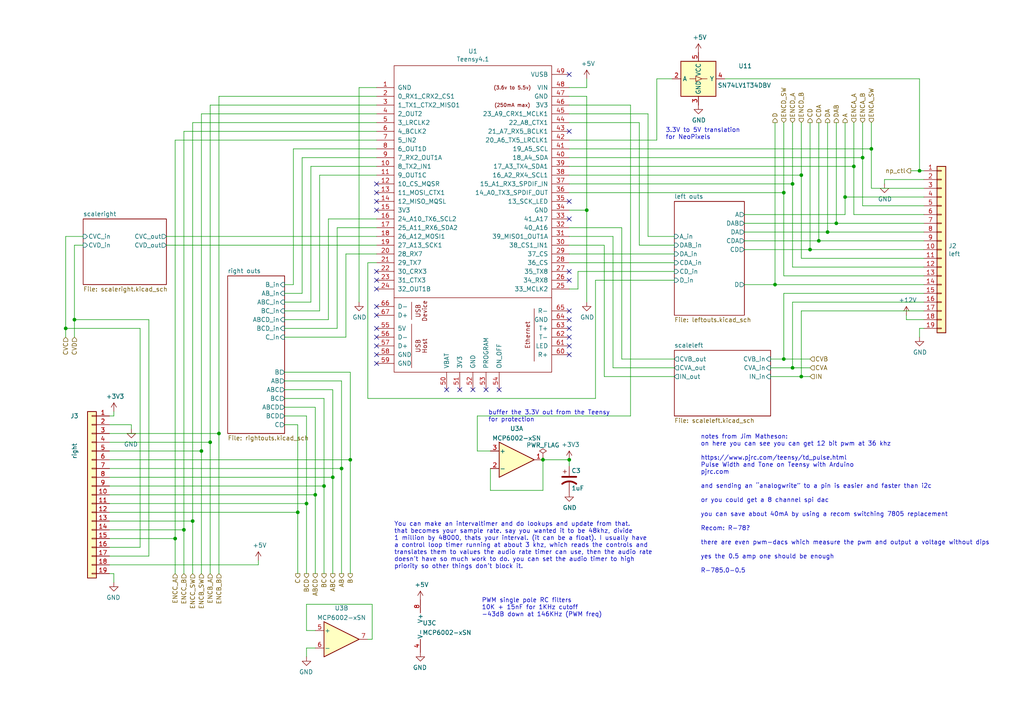
<source format=kicad_sch>
(kicad_sch (version 20211123) (generator eeschema)
  (paper "A4")
  (lib_symbols
    (symbol "Amplifier_Operational:MCP6002-xSN" (pin_names (offset 0.127))
      (property "Reference" "U" (at 0 5.08 0))
      (property "Value" "MCP6002-xSN" (at 0 -5.08 0))
      (symbol "MCP6002-xSN_1_1"
        (polyline (pts (xy -5.08 5.08) (xy 5.08 0) (xy -5.08 -5.08) (xy -5.08 5.08)) (stroke (width 0.254)) (fill (type background)))
        (pin output line (at 7.62 0 180) (length 2.54) (name "~") (number "1"))
        (pin input line (at -7.62 -2.54 0) (length 2.54) (name "-") (number "2"))
        (pin input line (at -7.62 2.54 0) (length 2.54) (name "+") (number "3"))
      )
      (symbol "MCP6002-xSN_2_1"
        (polyline (pts (xy -5.08 5.08) (xy 5.08 0) (xy -5.08 -5.08) (xy -5.08 5.08)) (stroke (width 0.254)) (fill (type background)))
        (pin input line (at -7.62 2.54 0) (length 2.54) (name "+") (number "5"))
        (pin input line (at -7.62 -2.54 0) (length 2.54) (name "-") (number "6"))
        (pin output line (at 7.62 0 180) (length 2.54) (name "~") (number "7"))
      )
      (symbol "MCP6002-xSN_3_1"
        (pin power_in line (at -2.54 -7.62 90) (length 3.81) (name "V-") (number "4"))
        (pin power_in line (at -2.54 7.62 270) (length 3.81) (name "V+") (number "8"))
      )
    )
    (symbol "Connector_Generic:Conn_01x19" (pin_names (offset 1.016) hide)
      (property "Reference" "J" (at 0 25.4 0))
      (property "Value" "Conn_01x19" (at 0 -25.4 0))
      (symbol "Conn_01x19_1_1"
        (rectangle (start -1.27 -22.733) (end 0 -22.987) (stroke (width 0.1524)))
        (rectangle (start -1.27 -20.193) (end 0 -20.447) (stroke (width 0.1524)))
        (rectangle (start -1.27 -17.653) (end 0 -17.907) (stroke (width 0.1524)))
        (rectangle (start -1.27 -15.113) (end 0 -15.367) (stroke (width 0.1524)))
        (rectangle (start -1.27 -12.573) (end 0 -12.827) (stroke (width 0.1524)))
        (rectangle (start -1.27 -10.033) (end 0 -10.287) (stroke (width 0.1524)))
        (rectangle (start -1.27 -7.493) (end 0 -7.747) (stroke (width 0.1524)))
        (rectangle (start -1.27 -4.953) (end 0 -5.207) (stroke (width 0.1524)))
        (rectangle (start -1.27 -2.413) (end 0 -2.667) (stroke (width 0.1524)))
        (rectangle (start -1.27 0.127) (end 0 -0.127) (stroke (width 0.1524)))
        (rectangle (start -1.27 2.667) (end 0 2.413) (stroke (width 0.1524)))
        (rectangle (start -1.27 5.207) (end 0 4.953) (stroke (width 0.1524)))
        (rectangle (start -1.27 7.747) (end 0 7.493) (stroke (width 0.1524)))
        (rectangle (start -1.27 10.287) (end 0 10.033) (stroke (width 0.1524)))
        (rectangle (start -1.27 12.827) (end 0 12.573) (stroke (width 0.1524)))
        (rectangle (start -1.27 15.367) (end 0 15.113) (stroke (width 0.1524)))
        (rectangle (start -1.27 17.907) (end 0 17.653) (stroke (width 0.1524)))
        (rectangle (start -1.27 20.447) (end 0 20.193) (stroke (width 0.1524)))
        (rectangle (start -1.27 22.987) (end 0 22.733) (stroke (width 0.1524)))
        (rectangle (start -1.27 24.13) (end 1.27 -24.13) (stroke (width 0.254)) (fill (type background)))
        (pin passive line (at -5.08 22.86 0) (length 3.81) (name "Pin_1") (number "1"))
        (pin passive line (at -5.08 0 0) (length 3.81) (name "Pin_10") (number "10"))
        (pin passive line (at -5.08 -2.54 0) (length 3.81) (name "Pin_11") (number "11"))
        (pin passive line (at -5.08 -5.08 0) (length 3.81) (name "Pin_12") (number "12"))
        (pin passive line (at -5.08 -7.62 0) (length 3.81) (name "Pin_13") (number "13"))
        (pin passive line (at -5.08 -10.16 0) (length 3.81) (name "Pin_14") (number "14"))
        (pin passive line (at -5.08 -12.7 0) (length 3.81) (name "Pin_15") (number "15"))
        (pin passive line (at -5.08 -15.24 0) (length 3.81) (name "Pin_16") (number "16"))
        (pin passive line (at -5.08 -17.78 0) (length 3.81) (name "Pin_17") (number "17"))
        (pin passive line (at -5.08 -20.32 0) (length 3.81) (name "Pin_18") (number "18"))
        (pin passive line (at -5.08 -22.86 0) (length 3.81) (name "Pin_19") (number "19"))
        (pin passive line (at -5.08 20.32 0) (length 3.81) (name "Pin_2") (number "2"))
        (pin passive line (at -5.08 17.78 0) (length 3.81) (name "Pin_3") (number "3"))
        (pin passive line (at -5.08 15.24 0) (length 3.81) (name "Pin_4") (number "4"))
        (pin passive line (at -5.08 12.7 0) (length 3.81) (name "Pin_5") (number "5"))
        (pin passive line (at -5.08 10.16 0) (length 3.81) (name "Pin_6") (number "6"))
        (pin passive line (at -5.08 7.62 0) (length 3.81) (name "Pin_7") (number "7"))
        (pin passive line (at -5.08 5.08 0) (length 3.81) (name "Pin_8") (number "8"))
        (pin passive line (at -5.08 2.54 0) (length 3.81) (name "Pin_9") (number "9"))
      )
    )
    (symbol "Device:C_Polarized_US" (pin_numbers hide) (pin_names (offset 0.254) hide)
      (property "Reference" "C" (at 0.635 2.54 0))
      (property "Value" "C_Polarized_US" (at 0.635 -2.54 0))
      (symbol "C_Polarized_US_0_1"
        (polyline (pts (xy -2.032 0.762) (xy 2.032 0.762)) (stroke (width 0.508)))
        (polyline (pts (xy -1.778 2.286) (xy -0.762 2.286)))
        (polyline (pts (xy -1.27 1.778) (xy -1.27 2.794)))
        (arc (start 2.032 -1.27) (mid 0 -0.5572) (end -2.032 -1.27) (stroke (width 0.508)))
      )
      (symbol "C_Polarized_US_1_1"
        (pin passive line (at 0 3.81 270) (length 2.794) (name "~") (number "1"))
        (pin passive line (at 0 -3.81 90) (length 3.302) (name "~") (number "2"))
      )
    )
    (symbol "Logic_LevelTranslator:SN74LV1T34DBV"
      (property "Reference" "U" (at 5.08 6.35 0))
      (property "Value" "SN74LV1T34DBV" (at 5.08 3.81 0))
      (symbol "SN74LV1T34DBV_0_1"
        (rectangle (start -5.08 5.08) (end 5.08 -5.08) (stroke (width 0.254)) (fill (type background)))
        (polyline (pts (xy -0.762 0) (xy -2.54 0)))
        (polyline (pts (xy 1.016 0) (xy 2.54 0)))
      )
      (symbol "SN74LV1T34DBV_1_1"
        (polyline (pts (xy -0.762 -0.762) (xy -0.762 0.762) (xy 1.016 0) (xy -0.762 -0.762)))
        (pin no_connect line (at -5.08 2.54 0) (length 2.54) hide (name "NC") (number "1"))
        (pin input line (at -7.62 0 0) (length 2.54) (name "A") (number "2"))
        (pin power_in line (at 0 -7.62 90) (length 2.54) (name "GND") (number "3"))
        (pin output line (at 7.62 0 180) (length 2.54) (name "Y") (number "4"))
        (pin power_in line (at 0 7.62 270) (length 2.54) (name "VCC") (number "5"))
      )
    )
    (symbol "power:+12V" (power) (pin_names (offset 0))
      (property "Value" "+12V" (at 0 3.556 0))
      (symbol "+12V_0_1"
        (polyline (pts (xy -0.762 1.27) (xy 0 2.54)))
        (polyline (pts (xy 0 0) (xy 0 2.54)))
        (polyline (pts (xy 0 2.54) (xy 0.762 1.27)))
      )
      (symbol "+12V_1_1"
        (pin power_in line (at 0 0 90) (length 0) hide (name "+12V") (number "1"))
      )
    )
    (symbol "power:+3.3V" (power) (pin_names (offset 0))
      (property "Value" "+3.3V" (at 0 3.556 0))
      (symbol "+3.3V_0_1"
        (polyline (pts (xy -0.762 1.27) (xy 0 2.54)))
        (polyline (pts (xy 0 0) (xy 0 2.54)))
        (polyline (pts (xy 0 2.54) (xy 0.762 1.27)))
      )
      (symbol "+3.3V_1_1"
        (pin power_in line (at 0 0 90) (length 0) hide (name "+3V3") (number "1"))
      )
    )
    (symbol "power:+5V" (power) (pin_names (offset 0))
      (property "Value" "+5V" (at 0 3.556 0))
      (symbol "+5V_0_1"
        (polyline (pts (xy -0.762 1.27) (xy 0 2.54)))
        (polyline (pts (xy 0 0) (xy 0 2.54)))
        (polyline (pts (xy 0 2.54) (xy 0.762 1.27)))
      )
      (symbol "+5V_1_1"
        (pin power_in line (at 0 0 90) (length 0) hide (name "+5V") (number "1"))
      )
    )
    (symbol "power:GND" (power) (pin_names (offset 0))
      (property "Value" "GND" (at 0 -3.81 0))
      (symbol "GND_0_1"
        (polyline (pts (xy 0 0) (xy 0 -1.27) (xy 1.27 -1.27) (xy 0 -2.54) (xy -1.27 -1.27) (xy 0 -1.27)))
      )
      (symbol "GND_1_1"
        (pin power_in line (at 0 0 270) (length 0) hide (name "GND") (number "1"))
      )
    )
    (symbol "power:PWR_FLAG" (power) (pin_numbers hide) (pin_names (offset 0) hide)
      (property "Value" "PWR_FLAG" (at 0 3.81 0))
      (symbol "PWR_FLAG_0_0"
        (pin power_out line (at 0 0 90) (length 0) (name "pwr") (number "1"))
      )
      (symbol "PWR_FLAG_0_1"
        (polyline (pts (xy 0 0) (xy 0 1.27) (xy -1.016 1.905) (xy 0 2.54) (xy 1.016 1.905) (xy 0 1.27)))
      )
    )
    (symbol "teensy:Teensy4.1" (pin_names (offset 1.016))
      (property "Reference" "U" (at 0 64.77 0))
      (property "Value" "Teensy4.1" (at 0 62.23 0))
      (symbol "Teensy4.1_0_0"
        (polyline (pts (xy -22.86 -6.35) (xy 22.86 -6.35)))
        (polyline (pts (xy -17.78 -26.67) (xy -17.78 -13.97)))
        (polyline (pts (xy -17.78 -7.62) (xy -17.78 -12.7)))
        (polyline (pts (xy 17.78 -9.525) (xy 17.78 -24.765)))
        (text "(250mA max)" (at 11.43 49.53 0) (effects (font (size 1.016 1.016))))
        (text "(3.6v to 5.5v)" (at 11.43 54.61 0) (effects (font (size 1.016 1.016))))
        (text "Device" (at -13.97 -10.16 900) (effects (font (size 1.27 1.27))))
        (text "Ethernet" (at 15.875 -17.145 900) (effects (font (size 1.27 1.27))))
        (text "Host" (at -13.97 -20.32 900) (effects (font (size 1.27 1.27))))
        (text "USB" (at -15.875 -20.32 900) (effects (font (size 1.27 1.27))))
        (text "USB" (at -15.875 -10.16 900) (effects (font (size 1.27 1.27))))
        (pin bidirectional line (at -27.94 31.75 0) (length 5.08) (name "8_TX2_IN1") (number "10"))
        (pin bidirectional line (at -27.94 29.21 0) (length 5.08) (name "9_OUT1C") (number "11"))
        (pin bidirectional line (at -27.94 26.67 0) (length 5.08) (name "10_CS_MQSR") (number "12"))
        (pin bidirectional line (at -27.94 24.13 0) (length 5.08) (name "11_MOSI_CTX1") (number "13"))
        (pin bidirectional line (at -27.94 21.59 0) (length 5.08) (name "12_MISO_MQSL") (number "14"))
        (pin power_in line (at -27.94 19.05 0) (length 5.08) (name "3V3") (number "15"))
        (pin bidirectional line (at -27.94 16.51 0) (length 5.08) (name "24_A10_TX6_SCL2") (number "16"))
        (pin bidirectional line (at -27.94 13.97 0) (length 5.08) (name "25_A11_RX6_SDA2") (number "17"))
        (pin bidirectional line (at -27.94 11.43 0) (length 5.08) (name "26_A12_MOSI1") (number "18"))
        (pin bidirectional line (at -27.94 8.89 0) (length 5.08) (name "27_A13_SCK1") (number "19"))
        (pin bidirectional line (at -27.94 6.35 0) (length 5.08) (name "28_RX7") (number "20"))
        (pin bidirectional line (at -27.94 3.81 0) (length 5.08) (name "29_TX7") (number "21"))
        (pin bidirectional line (at -27.94 1.27 0) (length 5.08) (name "30_CRX3") (number "22"))
        (pin bidirectional line (at -27.94 -1.27 0) (length 5.08) (name "31_CTX3") (number "23"))
        (pin bidirectional line (at -27.94 -3.81 0) (length 5.08) (name "32_OUT1B") (number "24"))
        (pin bidirectional line (at 27.94 -3.81 180) (length 5.08) (name "33_MCLK2") (number "25"))
        (pin bidirectional line (at 27.94 -1.27 180) (length 5.08) (name "34_RX8") (number "26"))
        (pin bidirectional line (at 27.94 1.27 180) (length 5.08) (name "35_TX8") (number "27"))
        (pin bidirectional line (at 27.94 3.81 180) (length 5.08) (name "36_CS") (number "28"))
        (pin bidirectional line (at 27.94 6.35 180) (length 5.08) (name "37_CS") (number "29"))
        (pin bidirectional line (at 27.94 8.89 180) (length 5.08) (name "38_CS1_IN1") (number "30"))
        (pin bidirectional line (at 27.94 11.43 180) (length 5.08) (name "39_MISO1_OUT1A") (number "31"))
        (pin bidirectional line (at 27.94 13.97 180) (length 5.08) (name "40_A16") (number "32"))
        (pin bidirectional line (at 27.94 16.51 180) (length 5.08) (name "41_A17") (number "33"))
        (pin bidirectional line (at 27.94 21.59 180) (length 5.08) (name "13_SCK_LED") (number "35"))
        (pin bidirectional line (at 27.94 24.13 180) (length 5.08) (name "14_A0_TX3_SPDIF_OUT") (number "36"))
        (pin bidirectional line (at 27.94 26.67 180) (length 5.08) (name "15_A1_RX3_SPDIF_IN") (number "37"))
        (pin bidirectional line (at 27.94 29.21 180) (length 5.08) (name "16_A2_RX4_SCL1") (number "38"))
        (pin bidirectional line (at 27.94 31.75 180) (length 5.08) (name "17_A3_TX4_SDA1") (number "39"))
        (pin bidirectional line (at 27.94 34.29 180) (length 5.08) (name "18_A4_SDA") (number "40"))
        (pin bidirectional line (at 27.94 36.83 180) (length 5.08) (name "19_A5_SCL") (number "41"))
        (pin bidirectional line (at 27.94 39.37 180) (length 5.08) (name "20_A6_TX5_LRCLK1") (number "42"))
        (pin bidirectional line (at 27.94 41.91 180) (length 5.08) (name "21_A7_RX5_BCLK1") (number "43"))
        (pin bidirectional line (at 27.94 44.45 180) (length 5.08) (name "22_A8_CTX1") (number "44"))
        (pin bidirectional line (at 27.94 46.99 180) (length 5.08) (name "23_A9_CRX1_MCLK1") (number "45"))
        (pin power_out line (at 27.94 49.53 180) (length 5.08) (name "3V3") (number "46"))
        (pin power_in line (at 27.94 52.07 180) (length 5.08) (name "GND") (number "47"))
        (pin power_in line (at 27.94 54.61 180) (length 5.08) (name "VIN") (number "48"))
        (pin power_out line (at 27.94 58.42 180) (length 5.08) (name "VUSB") (number "49"))
        (pin bidirectional line (at -27.94 44.45 0) (length 5.08) (name "3_LRCLK2") (number "5"))
        (pin power_in line (at -7.62 -33.02 90) (length 5.08) (name "VBAT") (number "50"))
        (pin power_in line (at -3.81 -33.02 90) (length 5.08) (name "3V3") (number "51"))
        (pin power_out line (at 0 -33.02 90) (length 5.08) (name "GND") (number "52"))
        (pin input line (at 3.81 -33.02 90) (length 5.08) (name "PROGRAM") (number "53"))
        (pin input line (at 7.62 -33.02 90) (length 5.08) (name "ON_OFF") (number "54"))
        (pin power_out line (at -27.94 -15.24 0) (length 5.08) (name "5V") (number "55"))
        (pin bidirectional line (at -27.94 -17.78 0) (length 5.08) (name "D-") (number "56"))
        (pin bidirectional line (at -27.94 -20.32 0) (length 5.08) (name "D+") (number "57"))
        (pin power_in line (at -27.94 -22.86 0) (length 5.08) (name "GND") (number "58"))
        (pin power_in line (at -27.94 -25.4 0) (length 5.08) (name "GND") (number "59"))
        (pin bidirectional line (at -27.94 41.91 0) (length 5.08) (name "4_BCLK2") (number "6"))
        (pin bidirectional line (at 27.94 -22.86 180) (length 5.08) (name "R+") (number "60"))
        (pin bidirectional line (at 27.94 -20.32 180) (length 5.08) (name "LED") (number "61"))
        (pin bidirectional line (at 27.94 -17.78 180) (length 5.08) (name "T-") (number "62"))
        (pin bidirectional line (at 27.94 -15.24 180) (length 5.08) (name "T+") (number "63"))
        (pin power_in line (at 27.94 -12.7 180) (length 5.08) (name "GND") (number "64"))
        (pin bidirectional line (at 27.94 -10.16 180) (length 5.08) (name "R-") (number "65"))
        (pin bidirectional line (at -27.94 -8.89 0) (length 5.08) (name "D-") (number "66"))
        (pin bidirectional line (at -27.94 -11.43 0) (length 5.08) (name "D+") (number "67"))
        (pin bidirectional line (at -27.94 39.37 0) (length 5.08) (name "5_IN2") (number "7"))
        (pin bidirectional line (at -27.94 36.83 0) (length 5.08) (name "6_OUT1D") (number "8"))
        (pin bidirectional line (at -27.94 34.29 0) (length 5.08) (name "7_RX2_OUT1A") (number "9"))
      )
      (symbol "Teensy4.1_0_1"
        (rectangle (start -22.86 60.96) (end 22.86 -27.94))
        (rectangle (start -20.32 -1.27) (end -20.32 -1.27))
      )
      (symbol "Teensy4.1_1_1"
        (pin power_in line (at -27.94 54.61 0) (length 5.08) (name "GND") (number "1"))
        (pin bidirectional line (at -27.94 52.07 0) (length 5.08) (name "0_RX1_CRX2_CS1") (number "2"))
        (pin bidirectional line (at -27.94 49.53 0) (length 5.08) (name "1_TX1_CTX2_MISO1") (number "3"))
        (pin power_in line (at 27.94 19.05 180) (length 5.08) (name "GND") (number "34"))
        (pin bidirectional line (at -27.94 46.99 0) (length 5.08) (name "2_OUT2") (number "4"))
      )
    )
  )
  (junction (at 234.95 72.39))
  (junction (at 227.33 55.88))
  (junction (at 88.9 146.05))
  (junction (at 86.36 148.59))
  (junction (at 91.44 143.51))
  (junction (at 229.87 106.68))
  (junction (at 157.48 133.35))
  (junction (at 101.6 133.35))
  (junction (at 232.41 50.8))
  (junction (at 232.41 109.22))
  (junction (at 237.49 69.85))
  (junction (at 224.79 82.55))
  (junction (at 60.96 128.27))
  (junction (at 252.73 43.18))
  (junction (at 245.11 57.15))
  (junction (at 99.06 135.89))
  (junction (at 93.98 140.97))
  (junction (at 242.57 64.77))
  (junction (at 53.34 153.67))
  (junction (at 165.1 133.35))
  (junction (at 170.18 60.96))
  (junction (at 19.05 95.25))
  (junction (at 58.42 130.81))
  (junction (at 266.7 49.53))
  (junction (at 63.5 125.73))
  (junction (at 96.52 138.43))
  (junction (at 55.88 151.13))
  (junction (at 50.8 156.21))
  (junction (at 21.59 92.71))
  (junction (at 250.19 45.72))
  (junction (at 229.87 53.34))
  (junction (at 227.33 104.14))
  (junction (at 240.03 67.31))
  (junction (at 247.65 48.26))
  (no_connect (at 165.1 81.28))
  (no_connect (at 137.16 113.03))
  (no_connect (at 129.54 113.03))
  (no_connect (at 133.35 113.03))
  (no_connect (at 165.1 97.79))
  (no_connect (at 109.22 105.41))
  (no_connect (at 144.78 113.03))
  (no_connect (at 109.22 88.9))
  (no_connect (at 109.22 78.74))
  (no_connect (at 165.1 38.1))
  (no_connect (at 109.22 95.25))
  (no_connect (at 109.22 102.87))
  (no_connect (at 165.1 102.87))
  (no_connect (at 109.22 91.44))
  (no_connect (at 140.97 113.03))
  (no_connect (at 109.22 55.88))
  (no_connect (at 109.22 97.79))
  (no_connect (at 165.1 90.17))
  (no_connect (at 165.1 95.25))
  (no_connect (at 109.22 81.28))
  (no_connect (at 165.1 92.71))
  (no_connect (at 109.22 60.96))
  (no_connect (at 109.22 83.82))
  (no_connect (at 109.22 58.42))
  (no_connect (at 165.1 100.33))
  (no_connect (at 165.1 21.59))
  (no_connect (at 109.22 53.34))
  (no_connect (at 165.1 63.5))
  (no_connect (at 165.1 58.42))
  (no_connect (at 109.22 100.33))
  (no_connect (at 165.1 78.74))
  (wire (pts (xy 109.22 25.4) (xy 104.14 25.4)))
  (wire (pts (xy 48.26 71.12) (xy 109.22 71.12)))
  (wire (pts (xy 87.63 45.72) (xy 87.63 85.09)))
  (wire (pts (xy 250.19 35.56) (xy 250.19 45.72)))
  (wire (pts (xy 252.73 43.18) (xy 165.1 43.18)))
  (wire (pts (xy 232.41 50.8) (xy 232.41 35.56)))
  (wire (pts (xy 40.64 158.75) (xy 40.64 95.25)))
  (wire (pts (xy 31.75 156.21) (xy 50.8 156.21)))
  (wire (pts (xy 101.6 133.35) (xy 31.75 133.35)))
  (wire (pts (xy 267.97 85.09) (xy 227.33 85.09)))
  (wire (pts (xy 87.63 85.09) (xy 82.55 85.09)))
  (wire (pts (xy 55.88 35.56) (xy 55.88 151.13)))
  (wire (pts (xy 224.79 82.55) (xy 267.97 82.55)))
  (wire (pts (xy 109.22 38.1) (xy 53.34 38.1)))
  (wire (pts (xy 82.55 92.71) (xy 95.25 92.71)))
  (wire (pts (xy 60.96 128.27) (xy 60.96 166.37)))
  (wire (pts (xy 227.33 104.14) (xy 234.95 104.14)))
  (wire (pts (xy 165.1 33.02) (xy 187.96 33.02)))
  (wire (pts (xy 55.88 151.13) (xy 55.88 166.37)))
  (wire (pts (xy 93.98 115.57) (xy 93.98 140.97)))
  (wire (pts (xy 190.5 22.86) (xy 194.945 22.86)))
  (wire (pts (xy 252.73 54.61) (xy 267.97 54.61)))
  (wire (pts (xy 24.13 68.58) (xy 19.05 68.58)))
  (wire (pts (xy 182.88 120.65) (xy 138.43 120.65)))
  (wire (pts (xy 170.18 27.94) (xy 165.1 27.94)))
  (wire (pts (xy 177.8 68.58) (xy 177.8 106.68)))
  (wire (pts (xy 215.9 62.23) (xy 245.11 62.23)))
  (wire (pts (xy 31.75 130.81) (xy 58.42 130.81)))
  (wire (pts (xy 82.55 113.03) (xy 96.52 113.03)))
  (wire (pts (xy 82.55 107.95) (xy 101.6 107.95)))
  (wire (pts (xy 109.22 30.48) (xy 60.96 30.48)))
  (wire (pts (xy 215.9 64.77) (xy 242.57 64.77)))
  (wire (pts (xy 237.49 69.85) (xy 267.97 69.85)))
  (wire (pts (xy 91.44 182.88) (xy 88.9 182.88)))
  (wire (pts (xy 237.49 69.85) (xy 215.9 69.85)))
  (wire (pts (xy 31.75 161.29) (xy 43.18 161.29)))
  (wire (pts (xy 99.06 135.89) (xy 31.75 135.89)))
  (wire (pts (xy 24.13 71.12) (xy 21.59 71.12)))
  (wire (pts (xy 142.24 142.24) (xy 157.48 142.24)))
  (wire (pts (xy 109.22 76.2) (xy 106.68 76.2)))
  (wire (pts (xy 96.52 166.37) (xy 96.52 138.43)))
  (wire (pts (xy 96.52 113.03) (xy 96.52 138.43)))
  (wire (pts (xy 43.18 161.29) (xy 43.18 92.71)))
  (wire (pts (xy 88.9 166.37) (xy 88.9 146.05)))
  (wire (pts (xy 31.75 153.67) (xy 53.34 153.67)))
  (wire (pts (xy 33.02 119.38) (xy 33.02 120.65)))
  (wire (pts (xy 63.5 125.73) (xy 63.5 166.37)))
  (wire (pts (xy 88.9 187.96) (xy 88.9 190.5)))
  (wire (pts (xy 33.02 166.37) (xy 31.75 166.37)))
  (wire (pts (xy 50.8 156.21) (xy 50.8 166.37)))
  (wire (pts (xy 165.1 83.82) (xy 167.64 83.82)))
  (wire (pts (xy 93.98 166.37) (xy 93.98 140.97)))
  (wire (pts (xy 229.87 53.34) (xy 229.87 77.47)))
  (wire (pts (xy 185.42 71.12) (xy 195.58 71.12)))
  (wire (pts (xy 138.43 130.81) (xy 142.24 130.81)))
  (wire (pts (xy 99.06 166.37) (xy 99.06 135.89)))
  (wire (pts (xy 31.75 163.83) (xy 74.93 163.83)))
  (wire (pts (xy 100.33 97.79) (xy 82.55 97.79)))
  (wire (pts (xy 262.89 92.71) (xy 267.97 92.71)))
  (wire (pts (xy 43.18 92.71) (xy 21.59 92.71)))
  (wire (pts (xy 245.11 57.15) (xy 245.11 62.23)))
  (wire (pts (xy 82.55 110.49) (xy 99.06 110.49)))
  (wire (pts (xy 38.1 124.46) (xy 38.1 123.19)))
  (wire (pts (xy 223.52 109.22) (xy 232.41 109.22)))
  (wire (pts (xy 215.9 67.31) (xy 240.03 67.31)))
  (wire (pts (xy 104.14 25.4) (xy 104.14 87.63)))
  (wire (pts (xy 229.87 106.68) (xy 234.95 106.68)))
  (wire (pts (xy 109.22 35.56) (xy 55.88 35.56)))
  (wire (pts (xy 165.1 73.66) (xy 195.58 73.66)))
  (wire (pts (xy 109.22 66.04) (xy 97.79 66.04)))
  (wire (pts (xy 90.17 48.26) (xy 109.22 48.26)))
  (wire (pts (xy 165.1 40.64) (xy 190.5 40.64)))
  (wire (pts (xy 267.97 77.47) (xy 229.87 77.47)))
  (wire (pts (xy 266.7 49.53) (xy 267.97 49.53)))
  (wire (pts (xy 172.72 81.28) (xy 172.72 115.57)))
  (wire (pts (xy 165.1 68.58) (xy 177.8 68.58)))
  (wire (pts (xy 82.55 82.55) (xy 85.09 82.55)))
  (wire (pts (xy 53.34 153.67) (xy 53.34 166.37)))
  (wire (pts (xy 93.98 140.97) (xy 31.75 140.97)))
  (wire (pts (xy 240.03 67.31) (xy 267.97 67.31)))
  (wire (pts (xy 31.75 158.75) (xy 40.64 158.75)))
  (wire (pts (xy 74.93 162.56) (xy 74.93 163.83)))
  (wire (pts (xy 182.88 30.48) (xy 182.88 120.65)))
  (wire (pts (xy 180.34 66.04) (xy 180.34 104.14)))
  (wire (pts (xy 109.22 73.66) (xy 100.33 73.66)))
  (wire (pts (xy 267.97 87.63) (xy 229.87 87.63)))
  (wire (pts (xy 223.52 104.14) (xy 227.33 104.14)))
  (wire (pts (xy 267.97 74.93) (xy 232.41 74.93)))
  (wire (pts (xy 21.59 92.71) (xy 21.59 97.79)))
  (wire (pts (xy 250.19 59.69) (xy 267.97 59.69)))
  (wire (pts (xy 19.05 68.58) (xy 19.05 95.25)))
  (wire (pts (xy 50.8 40.64) (xy 50.8 156.21)))
  (wire (pts (xy 101.6 107.95) (xy 101.6 133.35)))
  (wire (pts (xy 31.75 151.13) (xy 55.88 151.13)))
  (wire (pts (xy 227.33 55.88) (xy 165.1 55.88)))
  (wire (pts (xy 92.71 50.8) (xy 92.71 90.17)))
  (wire (pts (xy 31.75 128.27) (xy 60.96 128.27)))
  (wire (pts (xy 165.1 60.96) (xy 170.18 60.96)))
  (wire (pts (xy 86.36 148.59) (xy 31.75 148.59)))
  (wire (pts (xy 234.95 72.39) (xy 215.9 72.39)))
  (wire (pts (xy 60.96 30.48) (xy 60.96 128.27)))
  (wire (pts (xy 242.57 64.77) (xy 267.97 64.77)))
  (wire (pts (xy 165.1 71.12) (xy 175.26 71.12)))
  (wire (pts (xy 256.54 53.34) (xy 256.54 52.07)))
  (wire (pts (xy 109.22 33.02) (xy 58.42 33.02)))
  (wire (pts (xy 247.65 48.26) (xy 247.65 62.23)))
  (wire (pts (xy 63.5 27.94) (xy 63.5 125.73)))
  (wire (pts (xy 157.48 133.35) (xy 165.1 133.35)))
  (wire (pts (xy 232.41 50.8) (xy 232.41 74.93)))
  (wire (pts (xy 215.9 82.55) (xy 224.79 82.55)))
  (wire (pts (xy 100.33 73.66) (xy 100.33 97.79)))
  (wire (pts (xy 262.89 91.44) (xy 262.89 92.71)))
  (wire (pts (xy 109.22 40.64) (xy 50.8 40.64)))
  (wire (pts (xy 92.71 90.17) (xy 82.55 90.17)))
  (wire (pts (xy 165.1 133.35) (xy 165.1 135.255)))
  (wire (pts (xy 95.25 92.71) (xy 95.25 63.5)))
  (wire (pts (xy 267.97 72.39) (xy 234.95 72.39)))
  (wire (pts (xy 170.18 25.4) (xy 170.18 22.86)))
  (wire (pts (xy 106.68 76.2) (xy 106.68 115.57)))
  (wire (pts (xy 266.7 22.86) (xy 266.7 49.53)))
  (wire (pts (xy 170.18 87.63) (xy 170.18 60.96)))
  (wire (pts (xy 138.43 120.65) (xy 138.43 130.81)))
  (wire (pts (xy 88.9 175.26) (xy 107.95 175.26)))
  (wire (pts (xy 232.41 109.22) (xy 234.95 109.22)))
  (wire (pts (xy 172.72 81.28) (xy 195.58 81.28)))
  (wire (pts (xy 95.25 63.5) (xy 109.22 63.5)))
  (wire (pts (xy 165.1 76.2) (xy 195.58 76.2)))
  (wire (pts (xy 247.65 48.26) (xy 165.1 48.26)))
  (wire (pts (xy 88.9 146.05) (xy 31.75 146.05)))
  (wire (pts (xy 88.9 120.65) (xy 88.9 146.05)))
  (wire (pts (xy 82.55 120.65) (xy 88.9 120.65)))
  (wire (pts (xy 180.34 104.14) (xy 195.58 104.14)))
  (wire (pts (xy 86.36 123.19) (xy 86.36 148.59)))
  (wire (pts (xy 38.1 123.19) (xy 31.75 123.19)))
  (wire (pts (xy 86.36 148.59) (xy 86.36 166.37)))
  (wire (pts (xy 175.26 71.12) (xy 175.26 109.22)))
  (wire (pts (xy 33.02 168.91) (xy 33.02 166.37)))
  (wire (pts (xy 91.44 118.11) (xy 91.44 143.51)))
  (wire (pts (xy 170.18 60.96) (xy 170.18 27.94)))
  (wire (pts (xy 266.7 97.79) (xy 266.7 95.25)))
  (wire (pts (xy 252.73 35.56) (xy 252.73 43.18)))
  (wire (pts (xy 237.49 35.56) (xy 237.49 69.85)))
  (wire (pts (xy 142.24 135.89) (xy 142.24 142.24)))
  (wire (pts (xy 177.8 106.68) (xy 195.58 106.68)))
  (wire (pts (xy 58.42 33.02) (xy 58.42 130.81)))
  (wire (pts (xy 99.06 110.49) (xy 99.06 135.89)))
  (wire (pts (xy 227.33 55.88) (xy 227.33 80.01)))
  (wire (pts (xy 19.05 95.25) (xy 19.05 97.79)))
  (wire (pts (xy 250.19 45.72) (xy 250.19 59.69)))
  (wire (pts (xy 53.34 38.1) (xy 53.34 153.67)))
  (wire (pts (xy 167.64 83.82) (xy 167.64 78.74)))
  (wire (pts (xy 247.65 62.23) (xy 267.97 62.23)))
  (wire (pts (xy 91.44 143.51) (xy 31.75 143.51)))
  (wire (pts (xy 232.41 50.8) (xy 165.1 50.8)))
  (wire (pts (xy 157.48 142.24) (xy 157.48 133.35)))
  (wire (pts (xy 40.64 95.25) (xy 19.05 95.25)))
  (wire (pts (xy 157.48 132.715) (xy 157.48 133.35)))
  (wire (pts (xy 210.185 22.86) (xy 266.7 22.86)))
  (wire (pts (xy 247.65 35.56) (xy 247.65 48.26)))
  (wire (pts (xy 167.64 78.74) (xy 195.58 78.74)))
  (wire (pts (xy 245.11 35.56) (xy 245.11 57.15)))
  (wire (pts (xy 267.97 57.15) (xy 245.11 57.15)))
  (wire (pts (xy 266.7 95.25) (xy 267.97 95.25)))
  (wire (pts (xy 229.87 53.34) (xy 165.1 53.34)))
  (wire (pts (xy 227.33 55.88) (xy 227.33 35.56)))
  (wire (pts (xy 223.52 106.68) (xy 229.87 106.68)))
  (wire (pts (xy 229.87 35.56) (xy 229.87 53.34)))
  (wire (pts (xy 31.75 125.73) (xy 63.5 125.73)))
  (wire (pts (xy 82.55 123.19) (xy 86.36 123.19)))
  (wire (pts (xy 91.44 187.96) (xy 88.9 187.96)))
  (wire (pts (xy 97.79 95.25) (xy 82.55 95.25)))
  (wire (pts (xy 106.68 185.42) (xy 107.95 185.42)))
  (wire (pts (xy 250.19 45.72) (xy 165.1 45.72)))
  (wire (pts (xy 48.26 68.58) (xy 109.22 68.58)))
  (wire (pts (xy 109.22 50.8) (xy 92.71 50.8)))
  (wire (pts (xy 232.41 90.17) (xy 232.41 109.22)))
  (wire (pts (xy 267.97 80.01) (xy 227.33 80.01)))
  (wire (pts (xy 165.1 66.04) (xy 180.34 66.04)))
  (wire (pts (xy 33.02 120.65) (xy 31.75 120.65)))
  (wire (pts (xy 264.16 49.53) (xy 266.7 49.53)))
  (wire (pts (xy 175.26 109.22) (xy 195.58 109.22)))
  (wire (pts (xy 82.55 118.11) (xy 91.44 118.11)))
  (wire (pts (xy 240.03 35.56) (xy 240.03 67.31)))
  (wire (pts (xy 63.5 27.94) (xy 109.22 27.94)))
  (wire (pts (xy 227.33 85.09) (xy 227.33 104.14)))
  (wire (pts (xy 107.95 175.26) (xy 107.95 185.42)))
  (wire (pts (xy 165.1 30.48) (xy 182.88 30.48)))
  (wire (pts (xy 234.95 35.56) (xy 234.95 72.39)))
  (wire (pts (xy 252.73 54.61) (xy 252.73 43.18)))
  (wire (pts (xy 185.42 35.56) (xy 185.42 71.12)))
  (wire (pts (xy 165.1 25.4) (xy 170.18 25.4)))
  (wire (pts (xy 267.97 90.17) (xy 232.41 90.17)))
  (wire (pts (xy 190.5 40.64) (xy 190.5 22.86)))
  (wire (pts (xy 224.79 35.56) (xy 224.79 82.55)))
  (wire (pts (xy 91.44 166.37) (xy 91.44 143.51)))
  (wire (pts (xy 82.55 87.63) (xy 90.17 87.63)))
  (wire (pts (xy 165.1 35.56) (xy 185.42 35.56)))
  (wire (pts (xy 88.9 182.88) (xy 88.9 175.26)))
  (wire (pts (xy 97.79 66.04) (xy 97.79 95.25)))
  (wire (pts (xy 229.87 87.63) (xy 229.87 106.68)))
  (wire (pts (xy 21.59 71.12) (xy 21.59 92.71)))
  (wire (pts (xy 85.09 82.55) (xy 85.09 43.18)))
  (wire (pts (xy 187.96 33.02) (xy 187.96 68.58)))
  (wire (pts (xy 82.55 115.57) (xy 93.98 115.57)))
  (wire (pts (xy 85.09 43.18) (xy 109.22 43.18)))
  (wire (pts (xy 90.17 87.63) (xy 90.17 48.26)))
  (wire (pts (xy 187.96 68.58) (xy 195.58 68.58)))
  (wire (pts (xy 256.54 52.07) (xy 267.97 52.07)))
  (wire (pts (xy 96.52 138.43) (xy 31.75 138.43)))
  (wire (pts (xy 101.6 166.37) (xy 101.6 133.35)))
  (wire (pts (xy 106.68 115.57) (xy 172.72 115.57)))
  (wire (pts (xy 58.42 130.81) (xy 58.42 166.37)))
  (wire (pts (xy 242.57 35.56) (xy 242.57 64.77)))
  (wire (pts (xy 109.22 45.72) (xy 87.63 45.72)))
  (text "You can make an intervaltimer and do lookups and update from that. \nthat becomes your sample rate. say you wanted it to be 48khz, divide \n1 million by 48000, thats your interval. (it can be a float). I usually have \na control loop timer running at about 3 khz, which reads the controls and\ntranslates them to values the audio rate timer can use, then the audio rate\ndoesn’t have so much work to do. you can set the audio timer to high \npriority so other things don’t block it." (at 114.3 165.1 0) (effects (font (size 1.27 1.27)) (justify left bottom)))
  (text "PWM single pole RC filters\n10K + 15nF for 1KHz cutoff\n-43dB down at 146KHz (PWM freq)" (at 139.7 179.07 0) (effects (font (size 1.27 1.27)) (justify left bottom)))
  (text "notes from Jim Matheson:\non here you can see you can get 12 bit pwm at 36 khz\n\nhttps://www.pjrc.com/teensy/td_pulse.html\nPulse Width and Tone on Teensy with Arduino\npjrc.com\n\nand sending an “analogwrite” to a pin is easier and faster than i2c\n\nor you could get a 8 channel spi dac\n\nyou can save about 40mA by using a recom switching 7805 replacement\n\nRecom: R-78?\n\nthere are even pwm-dacs which measure the pwm and output a voltage without dips\n\nyes the 0.5 amp one should be enough\n\nR-785.0-0.5\n" (at 203.2 166.37 0) (effects (font (size 1.27 1.27)) (justify left bottom)))
  (text "buffer the 3.3V out from the Teensy\nfor protection" (at 141.605 122.555 0) (effects (font (size 1.27 1.27)) (justify left bottom)))
  (text "3.3V to 5V translation\nfor NeoPixels" (at 193.04 40.64 0) (effects (font (size 1.27 1.27)) (justify left bottom)))
  (hierarchical_label "ABCD" (shape output) (at 91.44 166.37 270))
  (hierarchical_label "B" (shape output) (at 101.6 166.37 270))
  (hierarchical_label "BCD" (shape output) (at 88.9 166.37 270))
  (hierarchical_label "CD" (shape output) (at 234.95 35.56 90))
  (hierarchical_label "CVD" (shape input) (at 21.59 97.79 270))
  (hierarchical_label "ENCA_SW" (shape input) (at 252.73 35.56 90))
  (hierarchical_label "CVB" (shape input) (at 234.95 104.14 0))
  (hierarchical_label "DA" (shape output) (at 240.03 35.56 90))
  (hierarchical_label "AB" (shape output) (at 99.06 166.37 270))
  (hierarchical_label "ENCB_SW" (shape input) (at 58.42 166.37 270))
  (hierarchical_label "BC" (shape output) (at 93.98 166.37 270))
  (hierarchical_label "ENCA_A" (shape input) (at 247.65 35.56 90))
  (hierarchical_label "D" (shape output) (at 224.79 35.56 90))
  (hierarchical_label "np_ctl" (shape output) (at 264.16 49.53 180))
  (hierarchical_label "ABC" (shape output) (at 96.52 166.37 270))
  (hierarchical_label "ENCD_B" (shape input) (at 232.41 35.56 90))
  (hierarchical_label "ENCD_SW" (shape input) (at 227.33 35.56 90))
  (hierarchical_label "ENCC_B" (shape input) (at 53.34 166.37 270))
  (hierarchical_label "ENCB_B" (shape input) (at 63.5 166.37 270))
  (hierarchical_label "C" (shape output) (at 86.36 166.37 270))
  (hierarchical_label "CDA" (shape output) (at 237.49 35.56 90))
  (hierarchical_label "IN" (shape input) (at 234.95 109.22 0))
  (hierarchical_label "CVA" (shape input) (at 234.95 106.68 0))
  (hierarchical_label "A" (shape output) (at 245.11 35.56 90))
  (hierarchical_label "ENCD_A" (shape input) (at 229.87 35.56 90))
  (hierarchical_label "ENCB_A" (shape input) (at 60.96 166.37 270))
  (hierarchical_label "ENCC_SW" (shape input) (at 55.88 166.37 270))
  (hierarchical_label "CVC" (shape input) (at 19.05 97.79 270))
  (hierarchical_label "ENCC_A" (shape input) (at 50.8 166.37 270))
  (hierarchical_label "DAB" (shape output) (at 242.57 35.56 90))
  (hierarchical_label "ENCA_B" (shape input) (at 250.19 35.56 90))
  (symbol (lib_id "teensy:Teensy4.1") (at 137.16 80.01 0) (unit 1)
    (property "Reference" "U1" (at 137.16 14.859 0))
    (property "Value" "Teensy4.1" (at 137.16 17.1704 0))
    (property "Footprint" "teensy:Teensy41" (effects hide))
  )
  (symbol (lib_id "power:GND") (at 256.54 53.34 0) (unit 1)
    (property "Reference" "#PWR047" (effects hide))
    (property "Value" "GND" (at 256.667 57.7342 0))
  )
  (symbol (lib_id "power:GND") (at 38.1 124.46 0) (mirror y) (unit 1)
    (property "Reference" "#PWR055" (effects hide))
    (property "Value" "GND" (at 37.973 128.8542 0))
  )
  (symbol (lib_id "power:+5V") (at 170.18 22.86 0) (unit 1)
    (property "Reference" "#PWR088" (effects hide))
    (property "Value" "+5V" (at 170.561 18.4658 0))
  )
  (symbol (lib_id "power:GND") (at 104.14 87.63 0) (unit 1)
    (property "Reference" "#PWR0130" (effects hide))
    (property "Value" "GND" (at 104.267 92.0242 0))
  )
  (symbol (lib_id "power:GND") (at 170.18 87.63 0) (unit 1)
    (property "Reference" "#PWR0131" (effects hide))
    (property "Value" "GND" (at 170.307 92.0242 0))
  )
  (symbol (lib_id "power:GND") (at 33.02 168.91 0) (mirror y) (unit 1)
    (property "Reference" "#PWR03" (effects hide))
    (property "Value" "GND" (at 32.893 173.3042 0))
  )
  (symbol (lib_id "power:GND") (at 266.7 97.79 0) (unit 1)
    (property "Reference" "#PWR06" (effects hide))
    (property "Value" "GND" (at 266.827 102.1842 0))
  )
  (symbol (lib_id "power:+12V") (at 262.89 91.44 0) (unit 1)
    (property "Reference" "#PWR05" (effects hide))
    (property "Value" "+12V" (at 263.271 87.0458 0))
  )
  (symbol (lib_id "power:+3.3V") (at 33.02 119.38 0) (unit 1)
    (property "Reference" "#PWR040" (effects hide))
    (property "Value" "+3.3V" (at 33.401 114.9858 0))
  )
  (symbol (lib_id "power:+5V") (at 74.93 162.56 0) (unit 1)
    (property "Reference" "#PWR039" (effects hide))
    (property "Value" "+5V" (at 75.311 158.1658 0))
  )
  (symbol (lib_id "Connector_Generic:Conn_01x19") (at 273.05 72.39 0) (unit 1)
    (property "Reference" "J2" (at 275.082 71.3232 0) (effects (justify left)))
    (property "Value" "left" (at 275.082 73.6346 0) (effects (justify left)))
    (property "Footprint" "Connector_PinSocket_2.54mm:PinSocket_1x19_P2.54mm_Vertical" (effects hide))
  )
  (symbol (lib_id "Connector_Generic:Conn_01x19") (at 26.67 143.51 0) (mirror y) (unit 1)
    (property "Reference" "J3" (at 21.59 120.65 0))
    (property "Value" "right" (at 21.59 130.81 90))
    (property "Footprint" "Connector_PinSocket_2.54mm:PinSocket_1x19_P2.54mm_Vertical" (effects hide))
  )
  (symbol (lib_id "power:+5V") (at 202.565 15.24 0) (unit 1)
    (property "Reference" "#PWR053" (effects hide))
    (property "Value" "+5V" (at 202.946 10.8458 0))
  )
  (symbol (lib_id "power:GND") (at 202.565 30.48 0) (unit 1)
    (property "Reference" "#PWR054" (effects hide))
    (property "Value" "GND" (at 202.692 34.8742 0))
  )
  (symbol (lib_id "power:+3.3V") (at 165.1 133.35 0) (unit 1)
    (property "Reference" "#PWR067" (effects hide))
    (property "Value" "+3.3V" (at 165.481 128.9558 0))
  )
  (symbol (lib_id "power:+5V") (at 121.92 173.99 0) (unit 1)
    (property "Reference" "#PWR052" (effects hide))
    (property "Value" "+5V" (at 122.301 169.5958 0))
  )
  (symbol (lib_id "Amplifier_Operational:MCP6002-xSN") (at 149.86 133.35 0) (unit 1)
    (property "Reference" "U3" (at 149.86 124.3035 0))
    (property "Value" "MCP6002-xSN" (at 149.86 127.0786 0))
    (property "Footprint" "Package_SO:SOIC-8_3.9x4.9mm_P1.27mm" (effects hide))
    (property "Datasheet" "http://ww1.microchip.com/downloads/en/DeviceDoc/21733j.pdf" (effects hide))
  )
  (symbol (lib_id "power:GND") (at 88.9 190.5 0) (mirror y) (unit 1)
    (property "Reference" "#PWR051" (effects hide))
    (property "Value" "GND" (at 88.773 194.8942 0))
  )
  (symbol (lib_id "power:GND") (at 121.92 189.23 0) (mirror y) (unit 1)
    (property "Reference" "#PWR066" (effects hide))
    (property "Value" "GND" (at 121.793 193.6242 0))
  )
  (symbol (lib_id "Device:C_Polarized_US") (at 165.1 139.065 0) (unit 1)
    (property "Reference" "C3" (at 165.735 136.525 0) (effects (justify left)))
    (property "Value" "1uF" (at 165.735 141.605 0) (effects (justify left)))
    (property "Footprint" "Capacitor_THT:CP_Radial_D5.0mm_P2.50mm" (effects hide))
  )
  (symbol (lib_id "power:GND") (at 165.1 142.875 0) (unit 1)
    (property "Reference" "#PWR068" (effects hide))
    (property "Value" "GND" (at 165.227 147.2692 0))
  )
  (symbol (lib_id "Logic_LevelTranslator:SN74LV1T34DBV") (at 202.565 22.86 0) (unit 1)
    (property "Reference" "U11" (at 216.1366 19.1348 0))
    (property "Value" "SN74LV1T34DBV" (at 215.9 24.765 0))
    (property "Footprint" "Package_TO_SOT_SMD:SOT-23-5" (effects hide))
    (property "Datasheet" "https://www.ti.com/lit/ds/symlink/sn74lv1t34.pdf" (effects hide))
  )
  (symbol (lib_id "Amplifier_Operational:MCP6002-xSN") (at 124.46 181.61 0) (unit 3)
    (property "Reference" "U3" (at 122.555 180.7015 0) (effects (justify left)))
    (property "Value" "MCP6002-xSN" (at 122.555 183.4766 0) (effects (justify left)))
    (property "Footprint" "Package_SO:SOIC-8_3.9x4.9mm_P1.27mm" (effects hide))
    (property "Datasheet" "http://ww1.microchip.com/downloads/en/DeviceDoc/21733j.pdf" (effects hide))
  )
  (symbol (lib_id "Amplifier_Operational:MCP6002-xSN") (at 99.06 185.42 0) (unit 2)
    (property "Reference" "U3" (at 99.06 176.3735 0))
    (property "Value" "MCP6002-xSN" (at 99.06 179.1486 0))
    (property "Footprint" "Package_SO:SOIC-8_3.9x4.9mm_P1.27mm" (effects hide))
    (property "Datasheet" "http://ww1.microchip.com/downloads/en/DeviceDoc/21733j.pdf" (effects hide))
  )
  (symbol (lib_id "power:PWR_FLAG") (at 157.48 132.715 0) (unit 1)
    (property "Reference" "#FLG03" (effects hide))
    (property "Value" "PWR_FLAG" (at 157.48 129.1105 0))
  )
  (sheet (at 24.13 63.5) (size 24.13 19.05)
    (property "Sheet name" "scaleright" (at 24.13 62.7884 0) (effects (justify left bottom)))
    (property "Sheet file" "scaleright.kicad_sch" (at 24.13 83.1346 0) (effects (justify left top)))
    (pin "CVC_out" output (at 48.26 68.58 0))
    (pin "CVD_out" output (at 48.26 71.12 0))
    (pin "CVC_in" input (at 24.13 68.58 180))
    (pin "CVD_in" input (at 24.13 71.12 180))
  )
  (sheet (at 195.58 101.6) (size 27.94 19.05)
    (property "Sheet name" "scaleleft" (at 195.58 100.8884 0) (effects (justify left bottom)))
    (property "Sheet file" "scaleleft.kicad_sch" (at 195.58 121.2346 0) (effects (justify left top)))
    (pin "CVA_in" input (at 223.52 106.68 0))
    (pin "CVB_in" input (at 223.52 104.14 0))
    (pin "IN_in" input (at 223.52 109.22 0))
    (pin "CVA_out" output (at 195.58 106.68 180))
    (pin "CVB_out" output (at 195.58 104.14 180))
    (pin "IN_out" output (at 195.58 109.22 180))
  )
  (sheet (at 195.58 58.42) (size 20.32 33.02)
    (property "Sheet name" "left outs" (at 195.58 57.7084 0) (effects (justify left bottom)))
    (property "Sheet file" "leftouts.kicad_sch" (at 195.58 92.0246 0) (effects (justify left top)))
    (pin "A" output (at 215.9 62.23 0))
    (pin "D" output (at 215.9 82.55 0))
    (pin "DA" output (at 215.9 67.31 0))
    (pin "DAB" output (at 215.9 64.77 0))
    (pin "DA_in" input (at 195.58 73.66 180))
    (pin "DAB_in" input (at 195.58 71.12 180))
    (pin "D_in" input (at 195.58 81.28 180))
    (pin "A_in" input (at 195.58 68.58 180))
    (pin "CDA" output (at 215.9 69.85 0))
    (pin "CD" output (at 215.9 72.39 0))
    (pin "CD_in" input (at 195.58 78.74 180))
    (pin "CDA_in" input (at 195.58 76.2 180))
  )
  (sheet (at 66.04 80.01) (size 16.51 45.72)
    (property "Sheet name" "right outs" (at 66.04 79.2984 0) (effects (justify left bottom)))
    (property "Sheet file" "rightouts.kicad_sch" (at 66.04 126.3146 0) (effects (justify left top)))
    (pin "AB" output (at 82.55 110.49 0))
    (pin "BC" output (at 82.55 115.57 0))
    (pin "ABC" output (at 82.55 113.03 0))
    (pin "BCD" output (at 82.55 120.65 0))
    (pin "ABCD" output (at 82.55 118.11 0))
    (pin "AB_in" input (at 82.55 85.09 0))
    (pin "ABC_in" input (at 82.55 87.63 0))
    (pin "BC_in" input (at 82.55 90.17 0))
    (pin "BCD_in" input (at 82.55 95.25 0))
    (pin "ABCD_in" input (at 82.55 92.71 0))
    (pin "C" output (at 82.55 123.19 0))
    (pin "B" output (at 82.55 107.95 0))
    (pin "B_in" input (at 82.55 82.55 0))
    (pin "C_in" input (at 82.55 97.79 0))
  )
)
</source>
